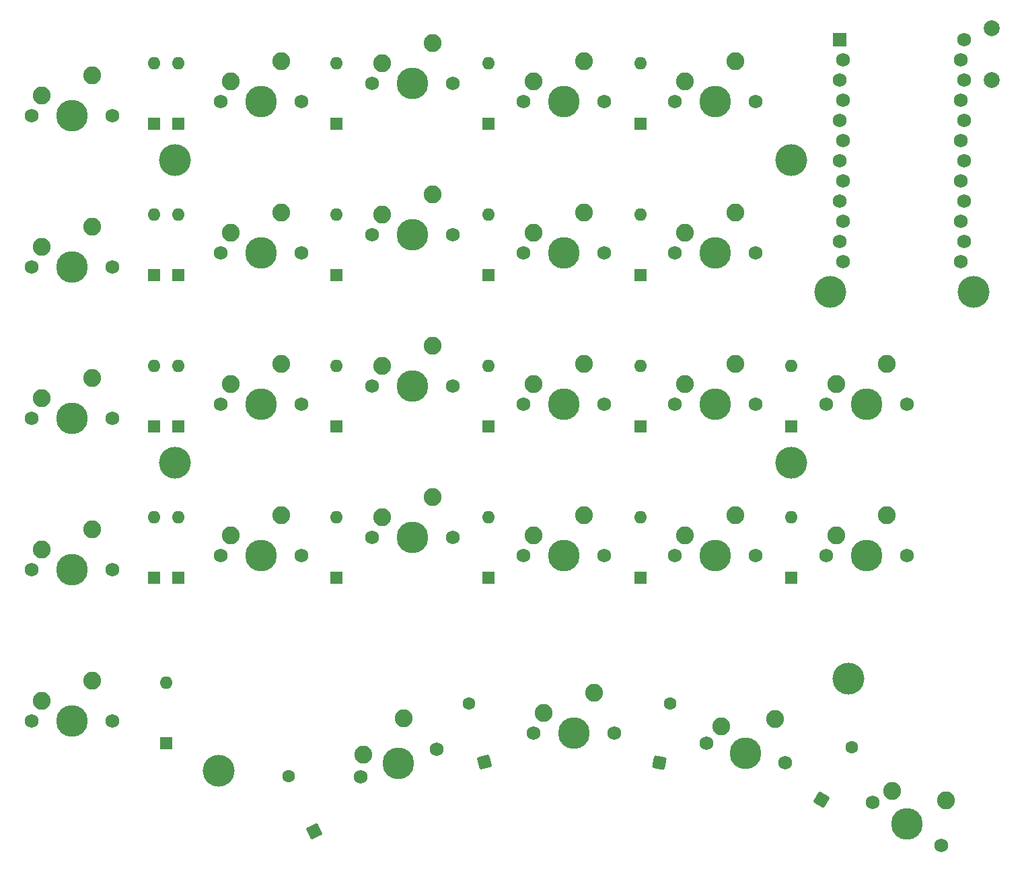
<source format=gbs>
%TF.GenerationSoftware,KiCad,Pcbnew,5.99.0-unknown-5f3c67bd2b~134~ubuntu20.04.1*%
%TF.CreationDate,2021-09-29T14:39:44+02:00*%
%TF.ProjectId,knuckle-pad,6b6e7563-6b6c-4652-9d70-61642e6b6963,rev?*%
%TF.SameCoordinates,Original*%
%TF.FileFunction,Soldermask,Bot*%
%TF.FilePolarity,Negative*%
%FSLAX46Y46*%
G04 Gerber Fmt 4.6, Leading zero omitted, Abs format (unit mm)*
G04 Created by KiCad (PCBNEW 5.99.0-unknown-5f3c67bd2b~134~ubuntu20.04.1) date 2021-09-29 14:39:44*
%MOMM*%
%LPD*%
G01*
G04 APERTURE LIST*
G04 Aperture macros list*
%AMRoundRect*
0 Rectangle with rounded corners*
0 $1 Rounding radius*
0 $2 $3 $4 $5 $6 $7 $8 $9 X,Y pos of 4 corners*
0 Add a 4 corners polygon primitive as box body*
4,1,4,$2,$3,$4,$5,$6,$7,$8,$9,$2,$3,0*
0 Add four circle primitives for the rounded corners*
1,1,$1+$1,$2,$3*
1,1,$1+$1,$4,$5*
1,1,$1+$1,$6,$7*
1,1,$1+$1,$8,$9*
0 Add four rect primitives between the rounded corners*
20,1,$1+$1,$2,$3,$4,$5,0*
20,1,$1+$1,$4,$5,$6,$7,0*
20,1,$1+$1,$6,$7,$8,$9,0*
20,1,$1+$1,$8,$9,$2,$3,0*%
%AMHorizOval*
0 Thick line with rounded ends*
0 $1 width*
0 $2 $3 position (X,Y) of the first rounded end (center of the circle)*
0 $4 $5 position (X,Y) of the second rounded end (center of the circle)*
0 Add line between two ends*
20,1,$1,$2,$3,$4,$5,0*
0 Add two circle primitives to create the rounded ends*
1,1,$1,$2,$3*
1,1,$1,$4,$5*%
G04 Aperture macros list end*
%ADD10R,1.752600X1.752600*%
%ADD11C,1.752600*%
%ADD12C,1.750000*%
%ADD13C,3.987800*%
%ADD14C,2.250000*%
%ADD15C,4.000000*%
%ADD16RoundRect,0.160000X0.640000X-0.640000X0.640000X0.640000X-0.640000X0.640000X-0.640000X-0.640000X0*%
%ADD17O,1.600000X1.600000*%
%ADD18RoundRect,0.160000X0.850513X-0.309561X0.309561X0.850513X-0.850513X0.309561X-0.309561X-0.850513X0*%
%ADD19HorizOval,1.600000X0.000000X0.000000X0.000000X0.000000X0*%
%ADD20RoundRect,0.160000X0.783837X-0.452548X0.452548X0.783837X-0.783837X0.452548X-0.452548X-0.783837X0*%
%ADD21HorizOval,1.600000X0.000000X0.000000X0.000000X0.000000X0*%
%ADD22RoundRect,0.160000X0.519142X-0.741412X0.741412X0.519142X-0.519142X0.741412X-0.741412X-0.519142X0*%
%ADD23HorizOval,1.600000X0.000000X0.000000X0.000000X0.000000X0*%
%ADD24RoundRect,0.160000X0.234256X-0.874256X0.874256X0.234256X-0.234256X0.874256X-0.874256X-0.234256X0*%
%ADD25HorizOval,1.600000X0.000000X0.000000X0.000000X0.000000X0*%
%ADD26C,2.000000*%
G04 APERTURE END LIST*
D10*
%TO.C,U1*%
X187604400Y-37927763D03*
D11*
X188061600Y-40467763D03*
X187604400Y-43007763D03*
X188061600Y-45547763D03*
X187604400Y-48087763D03*
X188061600Y-50627763D03*
X187604400Y-53167763D03*
X188061600Y-55707763D03*
X187604400Y-58247763D03*
X188061600Y-60787763D03*
X187604400Y-63327763D03*
X188061600Y-65867763D03*
X202844400Y-65867763D03*
X203301600Y-63327763D03*
X202844400Y-60787763D03*
X203301600Y-58247763D03*
X202844400Y-55707763D03*
X203301600Y-53167763D03*
X202844400Y-50627763D03*
X203301600Y-48087763D03*
X202844400Y-45547763D03*
X203301600Y-43007763D03*
X202844400Y-40467763D03*
X203301600Y-37927763D03*
%TD*%
D12*
%TO.C,SW1*%
X96037400Y-47498000D03*
D13*
X90957400Y-47498000D03*
D12*
X85877400Y-47498000D03*
D14*
X87147400Y-44958000D03*
X93497400Y-42418000D03*
%TD*%
D12*
%TO.C,SW2*%
X96037400Y-66548000D03*
X85877400Y-66548000D03*
D13*
X90957400Y-66548000D03*
D14*
X87147400Y-64008000D03*
X93497400Y-61468000D03*
%TD*%
D12*
%TO.C,SW3*%
X85877400Y-85598000D03*
X96037400Y-85598000D03*
D13*
X90957400Y-85598000D03*
D14*
X87147400Y-83058000D03*
X93497400Y-80518000D03*
%TD*%
D12*
%TO.C,SW4*%
X85877400Y-104648000D03*
D13*
X90957400Y-104648000D03*
D12*
X96037400Y-104648000D03*
D14*
X87147400Y-102108000D03*
X93497400Y-99568000D03*
%TD*%
D12*
%TO.C,SW5*%
X96037400Y-123698000D03*
X85877400Y-123698000D03*
D13*
X90957400Y-123698000D03*
D14*
X87147400Y-121158000D03*
X93497400Y-118618000D03*
%TD*%
D13*
%TO.C,SW6*%
X114808000Y-45720000D03*
D12*
X119888000Y-45720000D03*
X109728000Y-45720000D03*
D14*
X110998000Y-43180000D03*
X117348000Y-40640000D03*
%TD*%
D12*
%TO.C,SW7*%
X119888000Y-64770000D03*
X109728000Y-64770000D03*
D13*
X114808000Y-64770000D03*
D14*
X110998000Y-62230000D03*
X117348000Y-59690000D03*
%TD*%
D13*
%TO.C,SW8*%
X114808000Y-83820000D03*
D12*
X119888000Y-83820000D03*
X109728000Y-83820000D03*
D14*
X110998000Y-81280000D03*
X117348000Y-78740000D03*
%TD*%
D12*
%TO.C,SW9*%
X119888000Y-102870000D03*
X109728000Y-102870000D03*
D13*
X114808000Y-102870000D03*
D14*
X110998000Y-100330000D03*
X117348000Y-97790000D03*
%TD*%
D12*
%TO.C,SW10*%
X138938000Y-43434000D03*
X128778000Y-43434000D03*
D13*
X133858000Y-43434000D03*
D14*
X130048000Y-40894000D03*
X136398000Y-38354000D03*
%TD*%
D13*
%TO.C,SW11*%
X133858000Y-62484000D03*
D12*
X128778000Y-62484000D03*
X138938000Y-62484000D03*
D14*
X130048000Y-59944000D03*
X136398000Y-57404000D03*
%TD*%
D13*
%TO.C,SW12*%
X133858000Y-81534000D03*
D12*
X138938000Y-81534000D03*
X128778000Y-81534000D03*
D14*
X130048000Y-78994000D03*
X136398000Y-76454000D03*
%TD*%
D13*
%TO.C,SW13*%
X133858000Y-100584000D03*
D12*
X128778000Y-100584000D03*
X138938000Y-100584000D03*
D14*
X130048000Y-98044000D03*
X136398000Y-95504000D03*
%TD*%
D12*
%TO.C,SW14*%
X136853639Y-127294538D03*
D13*
X132080000Y-129032000D03*
D12*
X127306361Y-130769462D03*
D14*
X127631040Y-127948277D03*
X132729357Y-123389630D03*
%TD*%
D13*
%TO.C,SW15*%
X152908000Y-45720000D03*
D12*
X147828000Y-45720000D03*
X157988000Y-45720000D03*
D14*
X149098000Y-43180000D03*
X155448000Y-40640000D03*
%TD*%
D13*
%TO.C,SW16*%
X152908000Y-64770000D03*
D12*
X157988000Y-64770000D03*
X147828000Y-64770000D03*
D14*
X149098000Y-62230000D03*
X155448000Y-59690000D03*
%TD*%
D12*
%TO.C,SW17*%
X147828000Y-83820000D03*
D13*
X152908000Y-83820000D03*
D12*
X157988000Y-83820000D03*
D14*
X149098000Y-81280000D03*
X155448000Y-78740000D03*
%TD*%
D13*
%TO.C,SW18*%
X152908000Y-102870000D03*
D12*
X157988000Y-102870000D03*
X147828000Y-102870000D03*
D14*
X149098000Y-100330000D03*
X155448000Y-97790000D03*
%TD*%
D12*
%TO.C,SW19*%
X159258000Y-125222000D03*
D13*
X154178000Y-125222000D03*
D12*
X149098000Y-125222000D03*
D14*
X150368000Y-122682000D03*
X156718000Y-120142000D03*
%TD*%
D12*
%TO.C,SW20*%
X166878000Y-45720000D03*
X177038000Y-45720000D03*
D13*
X171958000Y-45720000D03*
D14*
X168148000Y-43180000D03*
X174498000Y-40640000D03*
%TD*%
D13*
%TO.C,SW21*%
X171958000Y-64770000D03*
D12*
X166878000Y-64770000D03*
X177038000Y-64770000D03*
D14*
X168148000Y-62230000D03*
X174498000Y-59690000D03*
%TD*%
D12*
%TO.C,SW22*%
X166878000Y-83820000D03*
D13*
X171958000Y-83820000D03*
D12*
X177038000Y-83820000D03*
D14*
X168148000Y-81280000D03*
X174498000Y-78740000D03*
%TD*%
D12*
%TO.C,SW23*%
X166878000Y-102870000D03*
D13*
X171958000Y-102870000D03*
D12*
X177038000Y-102870000D03*
D14*
X168148000Y-100330000D03*
X174498000Y-97790000D03*
%TD*%
D12*
%TO.C,SW24*%
X180697102Y-128990963D03*
X170838898Y-126533037D03*
D13*
X175768000Y-127762000D03*
D14*
X172685655Y-124375726D03*
X179461514Y-123447379D03*
%TD*%
D13*
%TO.C,SW25*%
X191008000Y-83820000D03*
D12*
X196088000Y-83820000D03*
X185928000Y-83820000D03*
D14*
X187198000Y-81280000D03*
X193548000Y-78740000D03*
%TD*%
D12*
%TO.C,SW26*%
X196088000Y-102870000D03*
X185928000Y-102870000D03*
D13*
X191008000Y-102870000D03*
D14*
X187198000Y-100330000D03*
X193548000Y-97790000D03*
%TD*%
D13*
%TO.C,SW27*%
X196088000Y-136652000D03*
D12*
X191779916Y-133960010D03*
X200396084Y-139343990D03*
D14*
X194202932Y-132478965D03*
X200934032Y-133689911D03*
%TD*%
D15*
%TO.C,H2*%
X103949500Y-91186000D03*
%TD*%
%TO.C,H8*%
X204470000Y-69723000D03*
%TD*%
%TO.C,H5*%
X181483000Y-91186000D03*
%TD*%
%TO.C,H3*%
X109435900Y-129984500D03*
%TD*%
%TO.C,H6*%
X188722000Y-118364000D03*
%TD*%
%TO.C,H4*%
X181483000Y-53086000D03*
%TD*%
%TO.C,H7*%
X186436000Y-69723000D03*
%TD*%
%TO.C,H1*%
X103949500Y-53086000D03*
%TD*%
D16*
%TO.C,D1*%
X101346000Y-48514000D03*
D17*
X101346000Y-40894000D03*
%TD*%
D16*
%TO.C,D2*%
X101346000Y-67561000D03*
D17*
X101346000Y-59941000D03*
%TD*%
D16*
%TO.C,D3*%
X101346000Y-86614000D03*
D17*
X101346000Y-78994000D03*
%TD*%
D16*
%TO.C,D4*%
X101346000Y-105664000D03*
D17*
X101346000Y-98044000D03*
%TD*%
D16*
%TO.C,D5*%
X102870000Y-126492000D03*
D17*
X102870000Y-118872000D03*
%TD*%
D16*
%TO.C,D6*%
X104394000Y-48514000D03*
D17*
X104394000Y-40894000D03*
%TD*%
D16*
%TO.C,D7*%
X104394000Y-67564000D03*
D17*
X104394000Y-59944000D03*
%TD*%
D16*
%TO.C,D8*%
X104394000Y-86614000D03*
D17*
X104394000Y-78994000D03*
%TD*%
D16*
%TO.C,D9*%
X104394000Y-105664000D03*
D17*
X104394000Y-98044000D03*
%TD*%
D16*
%TO.C,D10*%
X124300000Y-48514000D03*
D17*
X124300000Y-40894000D03*
%TD*%
D16*
%TO.C,D11*%
X124300000Y-67564000D03*
D17*
X124300000Y-59944000D03*
%TD*%
D16*
%TO.C,D12*%
X124300000Y-86614000D03*
D17*
X124300000Y-78994000D03*
%TD*%
D16*
%TO.C,D13*%
X124300000Y-105664000D03*
D17*
X124300000Y-98044000D03*
%TD*%
D18*
%TO.C,D14*%
X121498176Y-137565033D03*
D19*
X118277824Y-130658967D03*
%TD*%
D16*
%TO.C,D15*%
X143383000Y-48514000D03*
D17*
X143383000Y-40894000D03*
%TD*%
D16*
%TO.C,D16*%
X143383000Y-67564000D03*
D17*
X143383000Y-59944000D03*
%TD*%
D16*
%TO.C,D17*%
X143383000Y-86614000D03*
D17*
X143383000Y-78994000D03*
%TD*%
D16*
%TO.C,D18*%
X143383000Y-105664000D03*
D17*
X143383000Y-98044000D03*
%TD*%
D20*
%TO.C,D19*%
X142923505Y-128902177D03*
D21*
X140951303Y-121541823D03*
%TD*%
D16*
%TO.C,D20*%
X162560000Y-48514000D03*
D17*
X162560000Y-40894000D03*
%TD*%
D16*
%TO.C,D21*%
X162560000Y-67564000D03*
D17*
X162560000Y-59944000D03*
%TD*%
D16*
%TO.C,D22*%
X162560000Y-86614000D03*
D17*
X162560000Y-78994000D03*
%TD*%
D16*
%TO.C,D23*%
X162560000Y-105664000D03*
D17*
X162560000Y-98044000D03*
%TD*%
D22*
%TO.C,D24*%
X164946400Y-128974118D03*
D23*
X166269600Y-121469882D03*
%TD*%
D16*
%TO.C,D25*%
X181483000Y-86614000D03*
D17*
X181483000Y-78994000D03*
%TD*%
D16*
%TO.C,D26*%
X181483000Y-105664000D03*
D17*
X181483000Y-98044000D03*
%TD*%
D24*
%TO.C,D27*%
X185293000Y-133601557D03*
D25*
X189103000Y-127002443D03*
%TD*%
D26*
%TO.C,RST1*%
X206756000Y-43001000D03*
X206756000Y-36501000D03*
%TD*%
M02*

</source>
